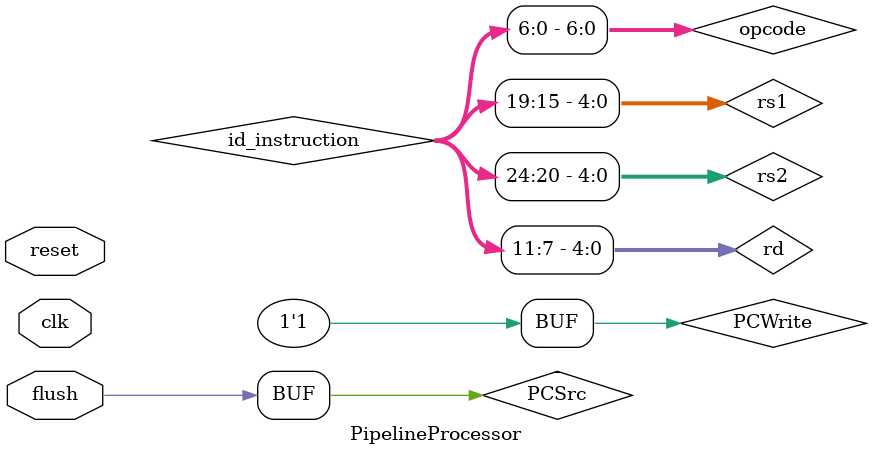
<source format=v>


`timescale 1ns / 1ps

module PipelineProcessor(
    input wire clk,
    input wire reset,
    input wire flush
);

    wire [63:0] ALU_in1;
    wire [63:0] ALU_in2;
    wire [63:0] mem_BranchTarget;
    
    // all possible PC
    wire [63:0] PC, PC_next, PC_plus4;
    wire PCSrc; // (branch AND zero flag from alu)
    wire [63:0] ex_BranchTarget; //which is PC+offset (immediate value)
    reg PCWrite;
    initial PCWrite = 1;
    
    PC_Unit pc_unit(
        .clk(clk),
        .reset(reset),
        .PCWrite(PCWrite),
      .BranchTaken(PCSrc),
      .BranchTarget(mem_BranchTarget),
        .PC(PC)
    );

    // Instruction Memory
    wire [31:0] currInstruction;
    InstructionMemory InstrucMem(
        .address(PC),
        .instruction(currInstruction)
    );
    assign flush = PCSrc;

    //IF/ID pipeline register
    wire [63:0] id_PC;
    wire [31:0] id_instruction;
  
    IF_ID if_id_pipelineReg(
      .clk(clk),
      .reset(reset),
      .flush(flush),
      .IF_PC(PC),
      .IF_instruction(currInstruction),
      
      .ID_PC(id_PC),
      .ID_instruction(id_instruction)
);
  
    // Instruction fields default to R type, immediate values handled by another module
    wire [6:0] opcode = id_instruction[6:0];
    wire [4:0] rd     = id_instruction[11:7];
    wire [2:0] func3  = id_instruction[14:12];
    wire [4:0] rs1    = id_instruction[19:15];
    wire [4:0] rs2    = id_instruction[24:20];
    wire [6:0] func7  = id_instruction[31:25];

    // Control Signals based on instruction code
    wire Branch, MemRead, MemtoReg, MemWrite, ALUSrc, RegWrite;
    wire [1:0] ALUOp;
    ControlUnit ctrl(
        .opcode(opcode),
        .Branch(Branch),
        .MemRead(MemRead),
        .MemtoReg(MemtoReg),
        .MemWrite(MemWrite),
        .ALUSrc(ALUSrc),
        .RegWrite(RegWrite),
        .ALUOp(ALUOp)
    );

    // Registers
    wire [63:0] readData1, readData2;
    wire [63:0] writeData = wb_MemtoReg ? wb_memReadData : wb_ALU_result;

    Register regfile(
        .clk(clk),
      .we(wb_RegWrite),
        .rs1(rs1),
        .rs2(rs2),
      .rd(wb_rd),
        .wd(writeData),
        .rd1(readData1),
        .rd2(readData2)
    );

    // Immediate
  wire [63:0] immediate;
    Immediate ImmGen(
        .instr(id_instruction),
        .imm(immediate)
    ); // this module returns the extended immediate value

  //ID/EX Pipleline register
  wire [63:0] ex_readData1;
  wire [63:0] ex_readData2;
  wire [63:0] ex_immediate;
  wire [4:0] ex_rd;
  wire [63:0] ex_PC;
  wire [2:0] ex_func3;
  wire [6:0] ex_func7;
  wire ex_RegWrite;
  wire ex_MemtoReg;
  wire ex_MemRead;
  wire ex_MemWrite;
  wire ex_ALUSrc;
  wire ex_Branch;
  wire [1:0] ex_ALUOp;
  wire [4:0] ex_rs1;
  wire [4:0] ex_rs2;
  
  ID_EX id_ex_pipelineReg(
    .clk(clk),
    .flush(flush),
    .reset(reset),
    .ID_rdata1(readData1),
    .ID_rdata2(readData2),
    .ID_rs1(rs1),
    .ID_rs2(rs2),
    .ID_imm(immediate),
    .ID_rd(rd),
    .ID_PC(id_PC),
    .ID_func3(func3),
    .ID_func7(func7),
    .ID_RegWrite(RegWrite),
    .ID_MemtoReg(MemtoReg),
    .ID_MemRead(MemRead),
    .ID_MemWrite(MemWrite),
    .ID_ALUSrc(ALUSrc),
    .ID_Branch(Branch),
    .ID_ALUOp(ALUOp),
    
    .EX_rdata1(ex_readData1),
    .EX_rdata2(ex_readData2),
    .EX_rs1(ex_rs1),
    .EX_rs2(ex_rs2),
    .EX_imm(ex_immediate),
    .EX_rd(ex_rd),
    .EX_PC(ex_PC),
    .EX_func3(ex_func3),
    .EX_func7(ex_func7),
    .EX_RegWrite(ex_RegWrite),
    .EX_MemtoReg(ex_MemtoReg),
    .EX_MemRead(ex_MemRead),
    .EX_MemWrite(ex_MemWrite),
    .EX_ALUSrc(ex_ALUSrc),
    .EX_Branch(ex_Branch),
    .EX_ALUOp(ex_ALUOp)
);
  
  
  //Forwarding logic for data hazard
   wire [1:0] forwardA, forwardB;

    ForwardingUnit forward_unit(
      .EX_rs1(ex_rs1),  // EX stage uses rs1/rs2 from instruction
      .EX_rs2(ex_rs2),
        .MEM_rd(mem_rd),
        .WB_rd(wb_rd),
        .MEM_RegWrite(mem_RegWrite),
        .WB_RegWrite(wb_RegWrite),
        .forwardA(forwardA),
        .forwardB(forwardB)
    );

// ALU Input MUX with forwarding
wire [63:0] forward_mux_outB;
assign forward_mux_outB = (forwardB == 2'b10) ? mem_ALU_result : //
                          (forwardB == 2'b01) ? writeData : 
                          ex_readData2;

// ALU src immediate or register
assign ALU_in1 = (forwardA == 2'b10) ? mem_ALU_result :
                 (forwardA == 2'b01) ? writeData : 
                 ex_readData1;

assign ALU_in2 = (ex_ALUSrc) ? ex_immediate : forward_mux_outB;

    // ALU Control
    wire [3:0] ALUCtl;
    ALUControl alu_ctrl(
        .ALUOp(ex_ALUOp),
        .func3(ex_func3),
      .func7(ex_func7),
        .ALUCtl(ALUCtl)
    );
 
    wire [63:0] ex_ALU_result;
    wire ex_Zero; //zero flag
  ALU alu( //this will perform the operation based on the inputs and alu control signal
    .A(ALU_in1),
        .B(ALU_in2),
        .ALUCtl(ALUCtl),
    .ALUOut(ex_ALU_result),
    .Zero(ex_Zero)
    );

    
  assign ex_BranchTarget = ex_PC + (ex_immediate<<1); //branch that we will take in case PCSrc is 1.
  
  
  //EX/MEM Pipeline
  wire [63:0] mem_ALU_result;
  wire [63:0] mem_readData2;
  wire mem_Zero;
  wire [4:0] mem_rd;
  wire mem_RegWrite;
  wire mem_MemtoReg;
  wire mem_MemRead;
  wire mem_MemWrite;
  wire mem_Branch;
  EX_MEM ex_mem_pipelineReg(
    .clk(clk),
    .reset(reset),
    .EX_ALUResult(ex_ALU_result),
    .EX_rdata2(forward_mux_outB),
    .EX_PCBranch(ex_BranchTarget), 
    .EX_Zero(ex_Zero),
    .EX_rd(ex_rd),
    .EX_RegWrite(ex_RegWrite),
    .EX_MemtoReg(ex_MemtoReg),
    .EX_MemRead(ex_MemRead),
    .EX_MemWrite(ex_MemWrite),
    .EX_Branch(ex_Branch),
    
    .MEM_ALUResult(mem_ALU_result),
    .MEM_rdata2(mem_readData2),
    .MEM_PCBranch(mem_BranchTarget),
    .MEM_Zero(mem_Zero),
    .MEM_rd(mem_rd),
    .MEM_RegWrite(mem_RegWrite),
    .MEM_MemtoReg(mem_MemtoReg),
    .MEM_MemRead(mem_MemRead),
    .MEM_MemWrite(mem_MemWrite),
    .MEM_Branch(mem_Branch)
);

    // Data Memory
  wire [63:0] memReadData; //data read from memory if load
    DataMemory DataMem(
        .clk(clk),
      .address(mem_ALU_result[31:0]), //in case of ld/sd we will use alu output (offset+base)
      .writeData(mem_readData2), //in case of store, we will use also data read from rs2 to store it in memory 
      .memWrite(mem_MemWrite), //signal to store to memory from control unit
      .memRead(mem_MemRead), //signal to read from memory in case of load
      .readData(memReadData) //data fetched/read from memory in case of load
    );//this module will check if memwrite is 1 (store), if not it will check if memread is 1 (load), if memread is 1, it will read from memory and transfer data to memReadData, if it is 0 it will store 0 in memReadData
    // Branch Logic

    assign PCSrc = mem_Branch & mem_Zero; //to check whether pc will be updated by offset or normal +4

  //MEM/WB Pipeline register
  
  wire [63:0] wb_ALU_result;
  wire [63:0] wb_memReadData;
  wire [4:0]  wb_rd;
  wire wb_RegWrite;
  wire wb_MemtoReg;

  MEM_WB mem_wb_pipelineReg(
    .clk(clk),
    .reset(reset),
    .MEM_ALUResult(mem_ALU_result),
    .MEM_MemData(memReadData),
    .MEM_rd(mem_rd),
    .MEM_RegWrite(mem_RegWrite),
    .MEM_MemtoReg(mem_MemtoReg),
    
    .WB_ALUResult(wb_ALU_result),
    .WB_MemData(wb_memReadData),
    .WB_rd(wb_rd),
    .WB_RegWrite(wb_RegWrite),
    .WB_MemtoReg(wb_MemtoReg)
);

endmodule

</source>
